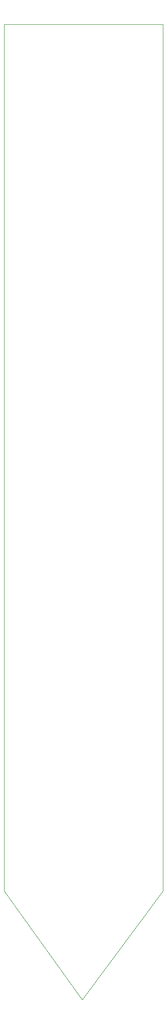
<source format=gbr>
G04 DipTrace 3.0.0.1*
G04 Ãðàíèöûïëàòû.gbr*
%MOMM*%
G04 #@! TF.FileFunction,Profile*
G04 #@! TF.Part,Single*
%ADD11C,0.0254*%
%FSLAX35Y35*%
G04*
G71*
G90*
G75*
G01*
G04 BoardOutline*
%LPD*%
X1000000Y19000000D2*
D11*
X3950000D1*
Y3000000D1*
X2450000Y1000000D1*
X1000000Y3000000D1*
Y19000000D1*
M02*

</source>
